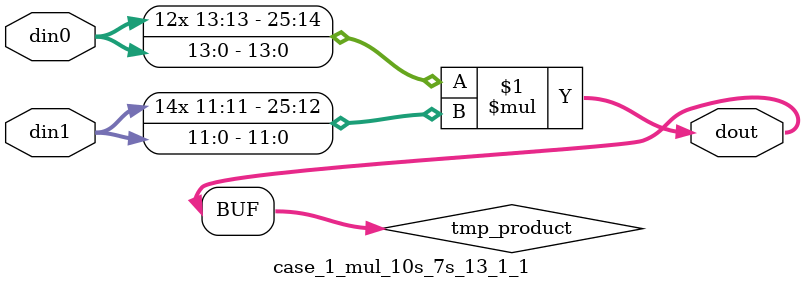
<source format=v>

`timescale 1 ns / 1 ps

 module case_1_mul_10s_7s_13_1_1(din0, din1, dout);
parameter ID = 1;
parameter NUM_STAGE = 0;
parameter din0_WIDTH = 14;
parameter din1_WIDTH = 12;
parameter dout_WIDTH = 26;

input [din0_WIDTH - 1 : 0] din0; 
input [din1_WIDTH - 1 : 0] din1; 
output [dout_WIDTH - 1 : 0] dout;

wire signed [dout_WIDTH - 1 : 0] tmp_product;



























assign tmp_product = $signed(din0) * $signed(din1);








assign dout = tmp_product;





















endmodule

</source>
